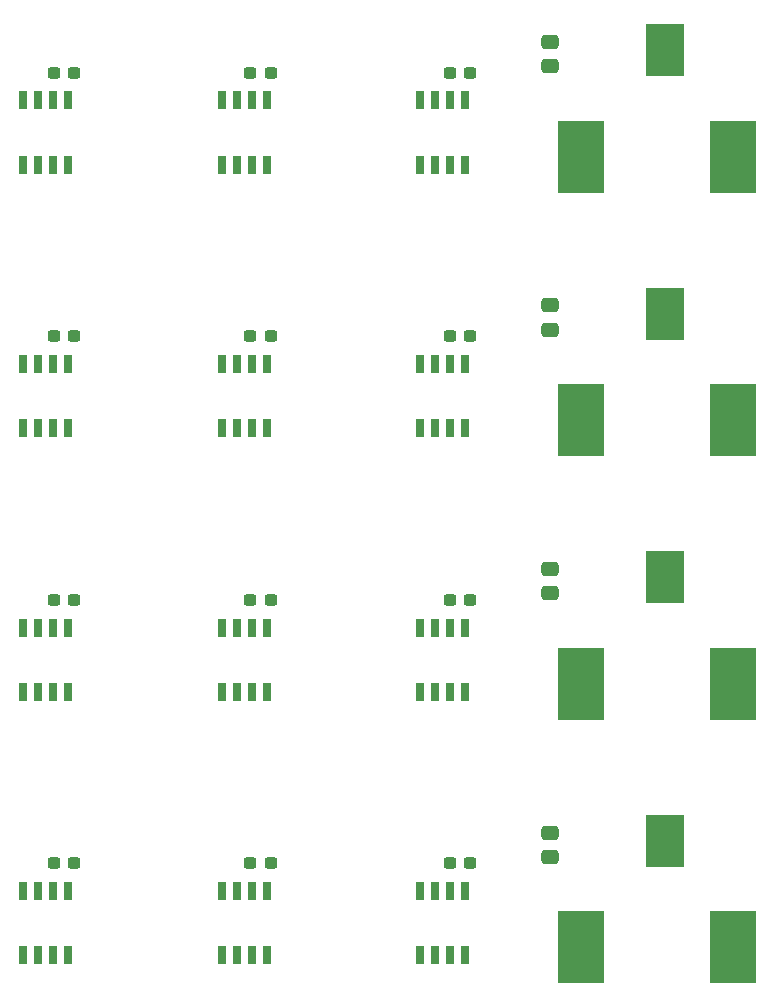
<source format=gbr>
%TF.GenerationSoftware,KiCad,Pcbnew,7.0.2*%
%TF.CreationDate,2023-10-31T00:57:24+09:00*%
%TF.ProjectId,kikit,6b696b69-742e-46b6-9963-61645f706362,rev?*%
%TF.SameCoordinates,Original*%
%TF.FileFunction,Paste,Top*%
%TF.FilePolarity,Positive*%
%FSLAX46Y46*%
G04 Gerber Fmt 4.6, Leading zero omitted, Abs format (unit mm)*
G04 Created by KiCad (PCBNEW 7.0.2) date 2023-10-31 00:57:24*
%MOMM*%
%LPD*%
G01*
G04 APERTURE LIST*
G04 Aperture macros list*
%AMRoundRect*
0 Rectangle with rounded corners*
0 $1 Rounding radius*
0 $2 $3 $4 $5 $6 $7 $8 $9 X,Y pos of 4 corners*
0 Add a 4 corners polygon primitive as box body*
4,1,4,$2,$3,$4,$5,$6,$7,$8,$9,$2,$3,0*
0 Add four circle primitives for the rounded corners*
1,1,$1+$1,$2,$3*
1,1,$1+$1,$4,$5*
1,1,$1+$1,$6,$7*
1,1,$1+$1,$8,$9*
0 Add four rect primitives between the rounded corners*
20,1,$1+$1,$2,$3,$4,$5,0*
20,1,$1+$1,$4,$5,$6,$7,0*
20,1,$1+$1,$6,$7,$8,$9,0*
20,1,$1+$1,$8,$9,$2,$3,0*%
G04 Aperture macros list end*
%ADD10RoundRect,0.237500X-0.300000X-0.237500X0.300000X-0.237500X0.300000X0.237500X-0.300000X0.237500X0*%
%ADD11R,0.700000X1.525000*%
%ADD12RoundRect,0.250000X-0.475000X0.337500X-0.475000X-0.337500X0.475000X-0.337500X0.475000X0.337500X0*%
%ADD13R,3.300000X4.400000*%
%ADD14R,3.900000X6.200000*%
G04 APERTURE END LIST*
D10*
%TO.C,C1*%
X131508500Y-69974000D03*
X133233500Y-69974000D03*
%TD*%
D11*
%TO.C,IC1*%
X128862000Y-77766000D03*
X130132000Y-77766000D03*
X131402000Y-77766000D03*
X132672000Y-77766000D03*
X132672000Y-72342000D03*
X131402000Y-72342000D03*
X130132000Y-72342000D03*
X128862000Y-72342000D03*
%TD*%
%TO.C,IC2*%
X145706000Y-100086000D03*
X146976000Y-100086000D03*
X148246000Y-100086000D03*
X149516000Y-100086000D03*
X149516000Y-94662000D03*
X148246000Y-94662000D03*
X146976000Y-94662000D03*
X145706000Y-94662000D03*
%TD*%
D12*
%TO.C,C2*%
X173519000Y-67361700D03*
X173519000Y-69436700D03*
%TD*%
D10*
%TO.C,C3*%
X148145500Y-69974000D03*
X149870500Y-69974000D03*
%TD*%
%TO.C,C3*%
X148145500Y-47654000D03*
X149870500Y-47654000D03*
%TD*%
D11*
%TO.C,IC2*%
X145706000Y-55446000D03*
X146976000Y-55446000D03*
X148246000Y-55446000D03*
X149516000Y-55446000D03*
X149516000Y-50022000D03*
X148246000Y-50022000D03*
X146976000Y-50022000D03*
X145706000Y-50022000D03*
%TD*%
D13*
%TO.C,J2*%
X183263000Y-90406000D03*
D14*
X176113000Y-99406000D03*
X189013000Y-99406000D03*
%TD*%
D10*
%TO.C,C1*%
X131508500Y-47654000D03*
X133233500Y-47654000D03*
%TD*%
D13*
%TO.C,J2*%
X183263000Y-68086000D03*
D14*
X176113000Y-77086000D03*
X189013000Y-77086000D03*
%TD*%
D12*
%TO.C,C2*%
X173519000Y-22721700D03*
X173519000Y-24796700D03*
%TD*%
D10*
%TO.C,C5*%
X165036500Y-92294000D03*
X166761500Y-92294000D03*
%TD*%
D11*
%TO.C,IC2*%
X145706000Y-77766000D03*
X146976000Y-77766000D03*
X148246000Y-77766000D03*
X149516000Y-77766000D03*
X149516000Y-72342000D03*
X148246000Y-72342000D03*
X146976000Y-72342000D03*
X145706000Y-72342000D03*
%TD*%
%TO.C,IC3*%
X162470000Y-55446000D03*
X163740000Y-55446000D03*
X165010000Y-55446000D03*
X166280000Y-55446000D03*
X166280000Y-50022000D03*
X165010000Y-50022000D03*
X163740000Y-50022000D03*
X162470000Y-50022000D03*
%TD*%
%TO.C,IC3*%
X162470000Y-33126000D03*
X163740000Y-33126000D03*
X165010000Y-33126000D03*
X166280000Y-33126000D03*
X166280000Y-27702000D03*
X165010000Y-27702000D03*
X163740000Y-27702000D03*
X162470000Y-27702000D03*
%TD*%
%TO.C,IC2*%
X145706000Y-33126000D03*
X146976000Y-33126000D03*
X148246000Y-33126000D03*
X149516000Y-33126000D03*
X149516000Y-27702000D03*
X148246000Y-27702000D03*
X146976000Y-27702000D03*
X145706000Y-27702000D03*
%TD*%
%TO.C,IC1*%
X128862000Y-55446000D03*
X130132000Y-55446000D03*
X131402000Y-55446000D03*
X132672000Y-55446000D03*
X132672000Y-50022000D03*
X131402000Y-50022000D03*
X130132000Y-50022000D03*
X128862000Y-50022000D03*
%TD*%
D10*
%TO.C,C5*%
X165036500Y-47654000D03*
X166761500Y-47654000D03*
%TD*%
D11*
%TO.C,IC1*%
X128862000Y-100086000D03*
X130132000Y-100086000D03*
X131402000Y-100086000D03*
X132672000Y-100086000D03*
X132672000Y-94662000D03*
X131402000Y-94662000D03*
X130132000Y-94662000D03*
X128862000Y-94662000D03*
%TD*%
D10*
%TO.C,C5*%
X165036500Y-25334000D03*
X166761500Y-25334000D03*
%TD*%
D11*
%TO.C,IC3*%
X162470000Y-100086000D03*
X163740000Y-100086000D03*
X165010000Y-100086000D03*
X166280000Y-100086000D03*
X166280000Y-94662000D03*
X165010000Y-94662000D03*
X163740000Y-94662000D03*
X162470000Y-94662000D03*
%TD*%
D12*
%TO.C,C2*%
X173519000Y-89681700D03*
X173519000Y-91756700D03*
%TD*%
D10*
%TO.C,C1*%
X131508500Y-92294000D03*
X133233500Y-92294000D03*
%TD*%
D11*
%TO.C,IC1*%
X128862000Y-33126000D03*
X130132000Y-33126000D03*
X131402000Y-33126000D03*
X132672000Y-33126000D03*
X132672000Y-27702000D03*
X131402000Y-27702000D03*
X130132000Y-27702000D03*
X128862000Y-27702000D03*
%TD*%
D10*
%TO.C,C1*%
X131508500Y-25334000D03*
X133233500Y-25334000D03*
%TD*%
%TO.C,C3*%
X148145500Y-92294000D03*
X149870500Y-92294000D03*
%TD*%
D12*
%TO.C,C2*%
X173519000Y-45041700D03*
X173519000Y-47116700D03*
%TD*%
D10*
%TO.C,C5*%
X165036500Y-69974000D03*
X166761500Y-69974000D03*
%TD*%
D13*
%TO.C,J2*%
X183263000Y-45766000D03*
D14*
X176113000Y-54766000D03*
X189013000Y-54766000D03*
%TD*%
D13*
%TO.C,J2*%
X183263000Y-23446000D03*
D14*
X176113000Y-32446000D03*
X189013000Y-32446000D03*
%TD*%
D10*
%TO.C,C3*%
X148145500Y-25334000D03*
X149870500Y-25334000D03*
%TD*%
D11*
%TO.C,IC3*%
X162470000Y-77766000D03*
X163740000Y-77766000D03*
X165010000Y-77766000D03*
X166280000Y-77766000D03*
X166280000Y-72342000D03*
X165010000Y-72342000D03*
X163740000Y-72342000D03*
X162470000Y-72342000D03*
%TD*%
M02*

</source>
